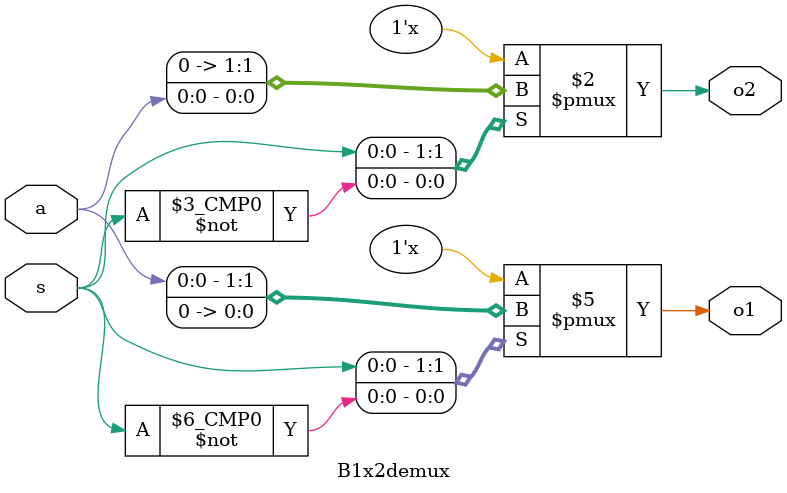
<source format=v>
`timescale 1ns / 1ps
module B1x2demux(o1,o2,a,s
    );
input a,s;
output o1,o2;
reg o1,o2;
always@(s)
begin
case(s)
1'b1:begin o1=a;o2=1'b0; end
1'b0:begin o1=1'b0;o2=a; end
endcase
end
endmodule

</source>
